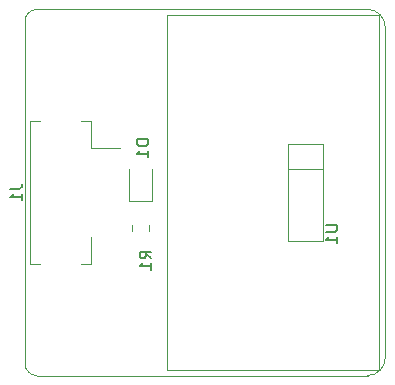
<source format=gbr>
G04 #@! TF.GenerationSoftware,KiCad,Pcbnew,5.1.9*
G04 #@! TF.CreationDate,2021-01-10T02:38:05+01:00*
G04 #@! TF.ProjectId,pressureSensorHolder,70726573-7375-4726-9553-656e736f7248,rev?*
G04 #@! TF.SameCoordinates,PX4dab598PY46b8d58*
G04 #@! TF.FileFunction,Legend,Bot*
G04 #@! TF.FilePolarity,Positive*
%FSLAX46Y46*%
G04 Gerber Fmt 4.6, Leading zero omitted, Abs format (unit mm)*
G04 Created by KiCad (PCBNEW 5.1.9) date 2021-01-10 02:38:05*
%MOMM*%
%LPD*%
G01*
G04 APERTURE LIST*
G04 #@! TA.AperFunction,Profile*
%ADD10C,0.050000*%
G04 #@! TD*
%ADD11C,0.120000*%
%ADD12C,0.150000*%
G04 APERTURE END LIST*
D10*
X47500000Y-25000000D02*
G75*
G02*
X46500000Y-24000000I0J1000000D01*
G01*
X46500000Y5000000D02*
G75*
G02*
X47500000Y6000000I1000000J0D01*
G01*
X77000000Y-23500000D02*
G75*
G02*
X75500000Y-25000000I-1500000J0D01*
G01*
X75500000Y6000000D02*
G75*
G02*
X77000000Y4500000I0J-1500000D01*
G01*
X77000000Y-23500000D02*
X77000000Y4500000D01*
X47500000Y-25000000D02*
X75500000Y-25000000D01*
X46500000Y5000000D02*
X46500000Y-24000000D01*
X75500000Y6000000D02*
X47500000Y6000000D01*
D11*
X56985000Y-12272936D02*
X56985000Y-12727064D01*
X55515000Y-12272936D02*
X55515000Y-12727064D01*
X55290000Y-10185000D02*
X55290000Y-7500000D01*
X57210000Y-10185000D02*
X55290000Y-10185000D01*
X57210000Y-7500000D02*
X57210000Y-10185000D01*
X58500000Y5500000D02*
X58500000Y-24500000D01*
X76500000Y5500000D02*
X58500000Y5500000D01*
X76500000Y-24500000D02*
X76500000Y5500000D01*
X58500000Y-24500000D02*
X76500000Y-24500000D01*
X68750000Y-7500000D02*
X71750000Y-7500000D01*
X71750000Y-5400000D02*
X68750000Y-5400000D01*
X71750000Y-13600000D02*
X71750000Y-5400000D01*
X68750000Y-13600000D02*
X71750000Y-13600000D01*
X68750000Y-5400000D02*
X68750000Y-13600000D01*
X46890000Y-15585000D02*
X47740000Y-15585000D01*
X46890000Y-3415000D02*
X46890000Y-15585000D01*
X47740000Y-3415000D02*
X46890000Y-3415000D01*
X52110000Y-15585000D02*
X52110000Y-13260000D01*
X51260000Y-15585000D02*
X52110000Y-15585000D01*
X52110000Y-5740000D02*
X54500000Y-5740000D01*
X52110000Y-3415000D02*
X52110000Y-5740000D01*
X51260000Y-3415000D02*
X52110000Y-3415000D01*
D12*
X57202380Y-15083333D02*
X56726190Y-14750000D01*
X57202380Y-14511904D02*
X56202380Y-14511904D01*
X56202380Y-14892857D01*
X56250000Y-14988095D01*
X56297619Y-15035714D01*
X56392857Y-15083333D01*
X56535714Y-15083333D01*
X56630952Y-15035714D01*
X56678571Y-14988095D01*
X56726190Y-14892857D01*
X56726190Y-14511904D01*
X57202380Y-16035714D02*
X57202380Y-15464285D01*
X57202380Y-15750000D02*
X56202380Y-15750000D01*
X56345238Y-15654761D01*
X56440476Y-15559523D01*
X56488095Y-15464285D01*
X56952380Y-5011904D02*
X55952380Y-5011904D01*
X55952380Y-5250000D01*
X56000000Y-5392857D01*
X56095238Y-5488095D01*
X56190476Y-5535714D01*
X56380952Y-5583333D01*
X56523809Y-5583333D01*
X56714285Y-5535714D01*
X56809523Y-5488095D01*
X56904761Y-5392857D01*
X56952380Y-5250000D01*
X56952380Y-5011904D01*
X56952380Y-6535714D02*
X56952380Y-5964285D01*
X56952380Y-6250000D02*
X55952380Y-6250000D01*
X56095238Y-6154761D01*
X56190476Y-6059523D01*
X56238095Y-5964285D01*
X71952380Y-12238095D02*
X72761904Y-12238095D01*
X72857142Y-12285714D01*
X72904761Y-12333333D01*
X72952380Y-12428571D01*
X72952380Y-12619047D01*
X72904761Y-12714285D01*
X72857142Y-12761904D01*
X72761904Y-12809523D01*
X71952380Y-12809523D01*
X72952380Y-13809523D02*
X72952380Y-13238095D01*
X72952380Y-13523809D02*
X71952380Y-13523809D01*
X72095238Y-13428571D01*
X72190476Y-13333333D01*
X72238095Y-13238095D01*
X45252380Y-9166666D02*
X45966666Y-9166666D01*
X46109523Y-9119047D01*
X46204761Y-9023809D01*
X46252380Y-8880952D01*
X46252380Y-8785714D01*
X46252380Y-10166666D02*
X46252380Y-9595238D01*
X46252380Y-9880952D02*
X45252380Y-9880952D01*
X45395238Y-9785714D01*
X45490476Y-9690476D01*
X45538095Y-9595238D01*
M02*

</source>
